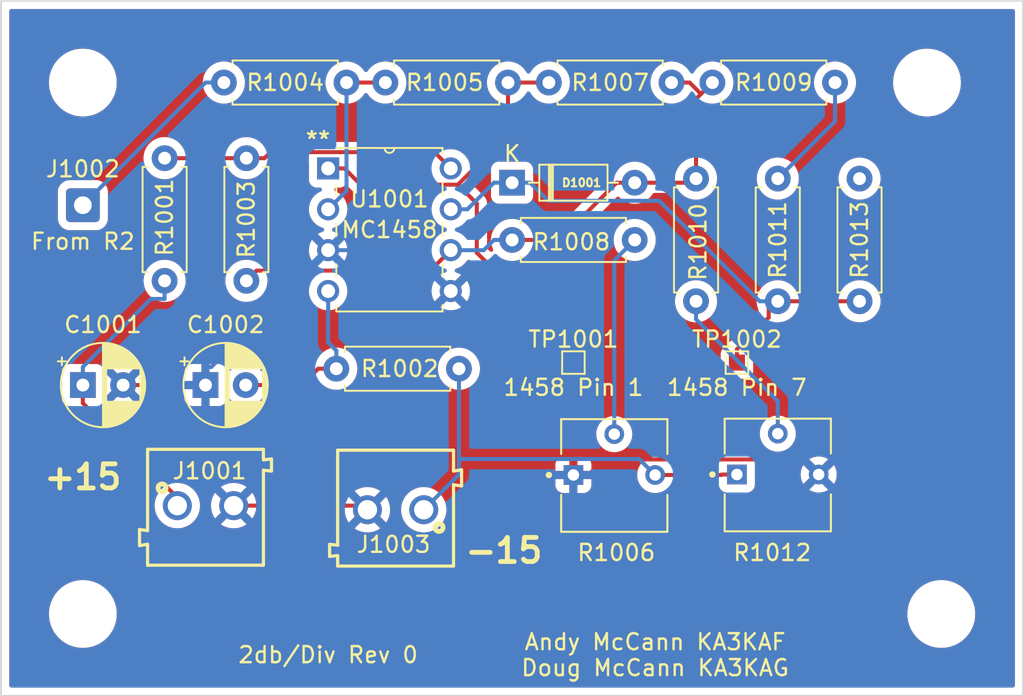
<source format=kicad_pcb>
(kicad_pcb (version 20211014) (generator pcbnew)

  (general
    (thickness 1.6)
  )

  (paper "USLetter")
  (title_block
    (title "Spectrum Analyzer 2db/Division Board")
    (date "2022-08-21")
    (rev "0")
    (company "Andy McCann KA3KAF Doug McCann KA3KAG")
    (comment 2 "Wes Hayward W7ZOI")
    (comment 3 "Original Design by:")
  )

  (layers
    (0 "F.Cu" signal)
    (31 "B.Cu" signal)
    (32 "B.Adhes" user "B.Adhesive")
    (33 "F.Adhes" user "F.Adhesive")
    (34 "B.Paste" user)
    (35 "F.Paste" user)
    (36 "B.SilkS" user "B.Silkscreen")
    (37 "F.SilkS" user "F.Silkscreen")
    (38 "B.Mask" user)
    (39 "F.Mask" user)
    (40 "Dwgs.User" user "User.Drawings")
    (41 "Cmts.User" user "User.Comments")
    (42 "Eco1.User" user "User.Eco1")
    (43 "Eco2.User" user "User.Eco2")
    (44 "Edge.Cuts" user)
    (45 "Margin" user)
    (46 "B.CrtYd" user "B.Courtyard")
    (47 "F.CrtYd" user "F.Courtyard")
    (48 "B.Fab" user)
    (49 "F.Fab" user)
    (50 "User.1" user)
    (51 "User.2" user)
    (52 "User.3" user)
    (53 "User.4" user)
    (54 "User.5" user)
    (55 "User.6" user)
    (56 "User.7" user)
    (57 "User.8" user)
    (58 "User.9" user)
  )

  (setup
    (stackup
      (layer "F.SilkS" (type "Top Silk Screen"))
      (layer "F.Paste" (type "Top Solder Paste"))
      (layer "F.Mask" (type "Top Solder Mask") (thickness 0.01))
      (layer "F.Cu" (type "copper") (thickness 0.035))
      (layer "dielectric 1" (type "core") (thickness 1.51) (material "FR4") (epsilon_r 4.5) (loss_tangent 0.02))
      (layer "B.Cu" (type "copper") (thickness 0.035))
      (layer "B.Mask" (type "Bottom Solder Mask") (thickness 0.01))
      (layer "B.Paste" (type "Bottom Solder Paste"))
      (layer "B.SilkS" (type "Bottom Silk Screen"))
      (copper_finish "None")
      (dielectric_constraints no)
    )
    (pad_to_mask_clearance 0)
    (grid_origin 142.24 139.7)
    (pcbplotparams
      (layerselection 0x00010fc_ffffffff)
      (disableapertmacros false)
      (usegerberextensions false)
      (usegerberattributes true)
      (usegerberadvancedattributes true)
      (creategerberjobfile true)
      (svguseinch false)
      (svgprecision 6)
      (excludeedgelayer true)
      (plotframeref false)
      (viasonmask false)
      (mode 1)
      (useauxorigin false)
      (hpglpennumber 1)
      (hpglpenspeed 20)
      (hpglpendiameter 15.000000)
      (dxfpolygonmode true)
      (dxfimperialunits true)
      (dxfusepcbnewfont true)
      (psnegative false)
      (psa4output false)
      (plotreference true)
      (plotvalue true)
      (plotinvisibletext false)
      (sketchpadsonfab false)
      (subtractmaskfromsilk false)
      (outputformat 1)
      (mirror false)
      (drillshape 1)
      (scaleselection 1)
      (outputdirectory "")
    )
  )

  (net 0 "")
  (net 1 "/+15")
  (net 2 "GND")
  (net 3 "Net-(C1002-Pad2)")
  (net 4 "Net-(D1001-Pad1)")
  (net 5 "Net-(D1001-Pad2)")
  (net 6 "/In")
  (net 7 "/-15")
  (net 8 "Net-(R1001-Pad1)")
  (net 9 "Net-(R1004-Pad2)")
  (net 10 "Net-(R1005-Pad2)")
  (net 11 "Net-(R1006-Pad2)")
  (net 12 "Net-(R1009-Pad2)")
  (net 13 "Net-(R1010-Pad2)")
  (net 14 "Net-(R1013-Pad2)")

  (footprint "MountingHole:MountingHole_3.2mm_M3" (layer "F.Cu") (at 199.771 101.6))

  (footprint "Resistor_THT:R_Axial_DIN0207_L6.3mm_D2.5mm_P7.62mm_Horizontal" (layer "F.Cu") (at 186.436 101.6))

  (footprint "MountingHole:MountingHole_3.2mm_M3" (layer "F.Cu") (at 200.66 134.62))

  (footprint "Resistor_THT:R_Axial_DIN0207_L6.3mm_D2.5mm_P7.62mm_Horizontal" (layer "F.Cu") (at 181.61 111.379 180))

  (footprint "Resistor_THT:R_Axial_DIN0207_L6.3mm_D2.5mm_P7.62mm_Horizontal" (layer "F.Cu") (at 157.48 113.919 90))

  (footprint "TestPoint:TestPoint_Pad_1.0x1.0mm" (layer "F.Cu") (at 187.96 118.999))

  (footprint "2db-div:TRIM_3362P-1-103LF" (layer "F.Cu") (at 180.34 125.984))

  (footprint "Resistor_THT:R_Axial_DIN0207_L6.3mm_D2.5mm_P7.62mm_Horizontal" (layer "F.Cu") (at 176.276 101.6))

  (footprint "Diode_THT:D_DO-35_SOD27_P7.62mm_Horizontal" (layer "F.Cu") (at 173.99 107.823))

  (footprint "Resistor_THT:R_Axial_DIN0207_L6.3mm_D2.5mm_P7.62mm_Horizontal" (layer "F.Cu") (at 156.083 101.6))

  (footprint "Connector_Wire:SolderWire-0.5sqmm_1x01_D0.9mm_OD2.1mm" (layer "F.Cu") (at 147.32 109.22))

  (footprint "2db-div:TRIM_3362P-1-103LF" (layer "F.Cu") (at 190.5 125.954))

  (footprint "MountingHole:MountingHole_3.2mm_M3" (layer "F.Cu") (at 147.32 101.6))

  (footprint "MountingHole:MountingHole_3.2mm_M3" (layer "F.Cu") (at 147.32 134.62))

  (footprint "2db-div:MC1458P" (layer "F.Cu") (at 170.18 114.554))

  (footprint "Capacitor_THT:CP_Radial_D5.0mm_P2.50mm" (layer "F.Cu") (at 147.32 120.396))

  (footprint "Resistor_THT:R_Axial_DIN0207_L6.3mm_D2.5mm_P7.62mm_Horizontal" (layer "F.Cu") (at 185.42 107.569 -90))

  (footprint "TestPoint:TestPoint_Pad_1.0x1.0mm" (layer "F.Cu") (at 177.8 118.999))

  (footprint "Capacitor_THT:CP_Radial_D5.0mm_P2.50mm" (layer "F.Cu") (at 154.94 120.396))

  (footprint "Resistor_THT:R_Axial_DIN0207_L6.3mm_D2.5mm_P7.62mm_Horizontal" (layer "F.Cu") (at 170.688 119.38 180))

  (footprint "Resistor_THT:R_Axial_DIN0207_L6.3mm_D2.5mm_P7.62mm_Horizontal" (layer "F.Cu") (at 195.58 115.189 90))

  (footprint "Resistor_THT:R_Axial_DIN0207_L6.3mm_D2.5mm_P7.62mm_Horizontal" (layer "F.Cu") (at 190.5 107.569 -90))

  (footprint "2db-div:691103110002" (layer "F.Cu") (at 166.751 128.143 180))

  (footprint "Resistor_THT:R_Axial_DIN0207_L6.3mm_D2.5mm_P7.62mm_Horizontal" (layer "F.Cu") (at 152.4 106.299 -90))

  (footprint "2db-div:691103110002" (layer "F.Cu") (at 154.94 127.889))

  (footprint "Resistor_THT:R_Axial_DIN0207_L6.3mm_D2.5mm_P7.62mm_Horizontal" (layer "F.Cu") (at 166.116 101.6))

  (gr_rect (start 142.24 96.52) (end 205.74 139.7) (layer "Edge.Cuts") (width 0.1) (fill none) (tstamp 3d5e648e-59ea-4910-b495-2b9453f370d3))
  (gr_text "-15" (at 173.482 130.683) (layer "F.SilkS") (tstamp 6526557c-d203-4300-bf1c-68fc455755c9)
    (effects (font (size 1.5 1.5) (thickness 0.3)))
  )
  (gr_text "+15" (at 147.32 126.111) (layer "F.SilkS") (tstamp 92a73cd4-4726-4c68-b739-2cfcee8b9ab6)
    (effects (font (size 1.5 1.5) (thickness 0.3)))
  )
  (gr_text "2db/Div Rev 0" (at 162.56 137.16) (layer "F.SilkS") (tstamp a6f5630d-018c-4889-961d-2e7310b4f094)
    (effects (font (size 1 1) (thickness 0.15)))
  )
  (gr_text "Andy McCann KA3KAF\nDoug McCann KA3KAG" (at 182.88 137.16) (layer "F.SilkS") (tstamp bfa88f45-376e-4caa-85ae-ab1d3fb6be64)
    (effects (font (size 1 1) (thickness 0.15)))
  )

  (segment (start 147.32 121.5213) (end 153.19 127.3913) (width 0.25) (layer "F.Cu") (net 1) (tstamp 47478a15-f810-470a-88ed-82f4ca2d3fbc))
  (segment (start 147.32 120.396) (end 147.32 121.5213) (width 0.25) (layer "F.Cu") (net 1) (tstamp 78070e42-73bc-4854-aed6-05f4b697909f))
  (segment (start 153.19 127.3913) (end 153.19 127.889) (width 0.25) (layer "F.Cu") (net 1) (tstamp 835faceb-668f-4742-a6d6-79c73b000ea8))
  (segment (start 151.5464 115.0443) (end 152.4 115.0443) (width 0.25) (layer "B.Cu") (net 1) (tstamp 8013c60d-7a4c-4f4c-ab78-b5b753ddde6c))
  (segment (start 152.4 113.919) (end 152.4 115.0443) (width 0.25) (layer "B.Cu") (net 1) (tstamp a52de69b-2085-4cca-899d-e2d45584c333))
  (segment (start 147.32 119.2707) (end 151.5464 115.0443) (width 0.25) (layer "B.Cu") (net 1) (tstamp b2c98afb-3c5d-4a63-a153-a08386b2d965))
  (segment (start 147.32 120.396) (end 147.32 119.2707) (width 0.25) (layer "B.Cu") (net 1) (tstamp ee03b7be-6cb0-49a8-8119-6b6549bb316a))
  (segment (start 179.7027 125.0176) (end 192.1036 125.0176) (width 0.25) (layer "F.Cu") (net 2) (tstamp 6345eba1-56e2-45fc-80a1-d4ac9f48ec61))
  (segment (start 149.82 120.396) (end 154.94 120.396) (width 0.25) (layer "F.Cu") (net 2) (tstamp 8981916a-a789-47f6-bb64-294b46d61deb))
  (segment (start 164.747 127.889) (end 165.001 128.143) (width 0.25) (layer "F.Cu") (net 2) (tstamp 8d0b8747-af67-42fd-9455-0825b0667750))
  (segment (start 177.8 125.984) (end 178.7363 125.984) (width 0.25) (layer "F.Cu") (net 2) (tstamp ca96d075-7c19-4b80-be22-6031bdf19ab3))
  (segment (start 178.7363 125.984) (end 179.7027 125.0176) (width 0.25) (layer "F.Cu") (net 2) (tstamp ced1a031-7ce4-44dd-9443-6511aafadd19))
  (segment (start 156.69 127.889) (end 164.747 127.889) (width 0.25) (layer "F.Cu") (net 2) (tstamp e6fcab04-659c-4d76-87a7-14c0b33b3324))
  (segment (start 167.16 125.984) (end 177.8 125.984) (width 0.25) (layer "F.Cu") (net 2) (tstamp e806cbe2-94e8-4cd9-9d3e-a3d9bcea4265))
  (segment (start 192.1036 125.0176) (end 193.04 125.954) (width 0.25) (layer "F.Cu") (net 2) (tstamp ed5d2bc1-9c5c-461a-b1f9-0c3b757dc5b4))
  (segment (start 165.001 128.143) (end 167.16 125.984) (width 0.25) (layer "F.Cu") (net 2) (tstamp f58af7d0-267a-4c9e-8e5d-1b7aff68ab0a))
  (segment (start 154.94 120.396) (end 154.94 126.139) (width 0.25) (layer "B.Cu") (net 2) (tstamp 0820b5fe-1b7e-49fa-a2ad-15dc67227206))
  (segment (start 155.3033 119.2707) (end 154.94 119.2707) (width 0.25) (layer "B.Cu") (net 2) (tstamp 5f165725-46ca-40ef-9222-490de20bc95b))
  (segment (start 167.64 112.014) (end 162.56 112.014) (width 0.25) (layer "B.Cu") (net 2) (tstamp 76510bae-d3aa-4db2-8415-cbdef1cacffb))
  (segment (start 170.18 114.554) (end 167.64 112.014) (width 0.25) (layer "B.Cu") (net 2) (tstamp 81bcbf9d-f887-49e0-87d0-6ef883353a40))
  (segment (start 154.94 120.396) (end 154.94 119.2707) (width 0.25) (layer "B.Cu") (net 2) (tstamp 9dfa007b-3cce-41b9-89f5-da277b6e17ae))
  (segment (start 154.94 126.139) (end 156.69 127.889) (width 0.25) (layer "B.Cu") (net 2) (tstamp a2e5ec15-e502-4d45-a28b-c0da7af39bf8))
  (segment (start 162.56 112.014) (end 155.3033 119.2707) (width 0.25) (layer "B.Cu") (net 2) (tstamp ddf32570-1fe1-4a57-a35e-109c7d1af3c3))
  (segment (start 160.9267 120.396) (end 161.9427 119.38) (width 0.25) (layer "F.Cu") (net 3) (tstamp 0669e1bc-8215-40c4-9d82-04af894354cb))
  (segment (start 163.068 119.38) (end 161.9427 119.38) (width 0.25) (layer "F.Cu") (net 3) (tstamp 9a64036e-98ca-4778-92ec-6a92bf9fe6a3))
  (segment (start 157.44 120.396) (end 160.9267 120.396) (width 0.25) (layer "F.Cu") (net 3) (tstamp f6027349-bd6a-4b55-9d3c-cc13d858b02c))
  (segment (start 162.56 117.7467) (end 162.56 114.554) (width 0.25) (layer "B.Cu") (net 3) (tstamp 68068fc0-16ef-409c-b8f8-25f364037b42))
  (segment (start 163.068 119.38) (end 163.068 118.2547) (width 0.25) (layer "B.Cu") (net 3) (tstamp a0d72f7d-8b74-444d-b22d-f2be869b72fa))
  (segment (start 163.068 118.2547) (end 162.56 117.7467) (width 0.25) (layer "B.Cu") (net 3) (tstamp fa05beb2-c0cc-4d0b-916f-aa9a288f33b9))
  (segment (start 187.96 118.999) (end 187.96 118.1737) (width 0.25) (layer "F.Cu") (net 4) (tstamp 68e6072a-4814-4e70-b4bf-0da7dfd1e395))
  (segment (start 195.58 115.189) (end 190.5 115.189) (width 0.25) (layer "F.Cu") (net 4) (tstamp 843a0110-38a8-4e34-b2c8-1afdf323dcbf))
  (segment (start 189.9374 116.1963) (end 187.96 118.1737) (width 0.25) (layer "F.Cu") (net 4) (tstamp 9729973a-2e69-4ce6-9d88-046b46b87f0b))
  (segment (start 190.5 115.189) (end 189.9374 115.189) (width 0.25) (layer "F.Cu") (net 4) (tstamp 9ddc7f34-8b9f-4f61-b447-2cee014646c9))
  (segment (start 189.9374 115.189) (end 189.9374 116.1963) (width 0.25) (layer "F.Cu") (net 4) (tstamp ef15e160-7add-4bce-b56c-97ad721a0167))
  (segment (start 172.8647 107.823) (end 171.2137 109.474) (width 0.25) (layer "B.Cu") (net 4) (tstamp 157a46e8-f71c-43cb-bddc-d729580588cd))
  (segment (start 171.2137 109.474) (end 170.18 109.474) (width 0.25) (layer "B.Cu") (net 4) (tstamp 315f8cda-be6e-4b29-9351-cbe6418a528e))
  (segment (start 189.3747 115.189) (end 183.134 108.9483) (width 0.25) (layer "B.Cu") (net 4) (tstamp 6f4004dc-6aba-4d21-9fb7-dc63f9204b6d))
  (segment (start 183.134 108.9483) (end 176.2406 108.9483) (width 0.25) (layer "B.Cu") (net 4) (tstamp 8245d47c-bbb5-4578-8d65-295e921db10c))
  (segment (start 190.5 115.189) (end 189.3747 115.189) (width 0.25) (layer "B.Cu") (net 4) (tstamp 87baaf60-fcd5-43de-8af7-d6f18db29358))
  (segment (start 173.99 107.823) (end 172.8647 107.823) (width 0.25) (layer "B.Cu") (net 4) (tstamp 8c27fda8-12ec-4f1b-96de-bdc76d98237e))
  (segment (start 173.99 107.823) (end 175.1153 107.823) (width 0.25) (layer "B.Cu") (net 4) (tstamp 9d378e7f-2a01-46ea-98e6-38fb27efbb4c))
  (segment (start 176.2406 108.9483) (end 175.1153 107.823) (width 0.25) (layer "B.Cu") (net 4) (tstamp f0585849-2d5d-495e-b7b9-518f7900e10f))
  (segment (start 185.166 107.823) (end 185.42 107.569) (width 0.25) (layer "F.Cu") (net 5) (tstamp 091658a5-2479-48c5-ba35-4218e68c9d94))
  (segment (start 168.91 113.284) (end 170.18 112.014) (width 0.25) (layer "F.Cu") (net 5) (tstamp 5602dcd6-eebd-4b2b-acdf-9ab45db14751))
  (segment (start 185.42 107.569) (end 185.42 102.616) (width 0.25) (layer "F.Cu") (net 5) (tstamp 5bd60ce5-c4ab-4dea-a065-ebfc0c957b28))
  (segment (start 185.7287 102.3073) (end 186.436 101.6) (width 0.25) (layer "F.Cu") (net 5) (tstamp 6c21a318-10b0-4b22-8ab1-7c3b0ca64566))
  (segment (start 158.115 113.284) (end 168.91 113.284) (width 0.25) (layer "F.Cu") (net 5) (tstamp 72cddb14-300d-4fb2-9254-41ff57ba7fd4))
  (segment (start 185.42 102.616) (end 185.7287 102.3073) (width 0.25) (layer "F.Cu") (net 5) (tstamp 736eb5eb-63d5-41f4-a77b-29de15dc665e))
  (segment (start 181.61 107.823) (end 185.166 107.823) (width 0.25) (layer "F.Cu") (net 5) (tstamp 911fc457-3ab8-43b7-8479-23cc0d05c648))
  (segment (start 176.9287 111.379) (end 173.99 111.379) (width 0.25) (layer "F.Cu") (net 5) (tstamp 98403b20-6cee-467f-89e8-fd66b01c68b6))
  (segment (start 157.48 113.919) (end 158.115 113.284) (width 0.25) (layer "F.Cu") (net 5) (tstamp bd12ba33-24ff-4282-acbf-03bfdc5483bc))
  (segment (start 183.896 101.6) (end 185.0213 101.6) (width 0.25) (layer "F.Cu") (net 5) (tstamp d32ac99c-4eca-4a91-9ee7-10dd9954777b))
  (segment (start 180.4847 107.823) (end 176.9287 111.379) (width 0.25) (layer "F.Cu") (net 5) (tstamp d3649387-52c2-40ca-aafb-97b3c2fb7145))
  (segment (start 181.61 107.823) (end 180.4847 107.823) (width 0.25) (layer "F.Cu") (net 5) (tstamp de34da71-1201-4c9b-aca1-1a83e3976280))
  (segment (start 185.0213 101.6) (end 185.7287 102.3073) (width 0.25) (layer "F.Cu") (net 5) (tstamp e37e6d5d-1fb9-424b-99a3-9a4ebbe4752a))
  (segment (start 172.2297 112.014) (end 172.8647 111.379) (width 0.25) (layer "B.Cu") (net 5) (tstamp 509b10c4-5174-4276-aeb6-c884786c0be2))
  (segment (start 173.99 111.379) (end 172.8647 111.379) (width 0.25) (layer "B.Cu") (net 5) (tstamp a2bb8a3f-5255-41d9-92c1-d217c167911a))
  (segment (start 170.18 112.014) (end 172.2297 112.014) (width 0.25) (layer "B.Cu") (net 5) (tstamp dd6a5b85-ad1a-4521-94d6-508005c5d3bc))
  (segment (start 147.32 109.22) (end 154.94 101.6) (width 0.25) (layer "B.Cu") (net 6) (tstamp 5d8623be-91a7-4104-b5a3-1a3d41075d96))
  (segment (start 154.94 101.6) (end 156.083 101.6) (width 0.25) (layer "B.Cu") (net 6) (tstamp 7b28d5db-eb28-40be-81c8-d371fdb19959))
  (segment (start 187.96 125.954) (end 187.0237 125.954) (width 0.25) (layer "F.Cu") (net 7) (tstamp 1cdce74e-94f0-4412-a9f4-9f54ff166144))
  (segment (start 182.88 125.984) (end 186.9937 125.984) (width 0.25) (layer "F.Cu") (net 7) (tstamp 49dfde02-fbb2-40b9-9b8b-88b0704f6e3d))
  (segment (start 186.9937 125.984) (end 187.0237 125.954) (width 0.25) (layer "F.Cu") (net 7) (tstamp 7a4d78c2-8054-401b-b2c9-8b46560535d5))
  (segment (start 170.688 124.9919) (end 170.688 119.38) (width 0.25) (layer "B.Cu") (net 7) (tstamp 0347411d-22fd-4685-8847-a49240cb7d74))
  (segment (start 170.688 125.956) (end 170.688 124.9919) (width 0.25) (layer "B.Cu") (net 7) (tstamp 37bd52d9-54fe-46a4-8369-034314de5f0c))
  (segment (start 181.8879 124.9919) (end 182.88 125.984) (width 0.25) (layer "B.Cu") (net 7) (tstamp 5e98147b-484f-4671-897c-27c4a571ee6e))
  (segment (start 170.688 124.9919) (end 181.8879 124.9919) (width 0.25) (layer "B.Cu") (net 7) (tstamp d374ea0a-177d-4681-ac86-95f545d6e463))
  (segment (start 168.501 128.143) (end 170.688 125.956) (width 0.25) (layer "B.Cu") (net 7) (tstamp fa73ab00-11d6-4184-9718-8556620b03f7))
  (segment (start 169.1688 105.9228) (end 170.18 106.934) (width 0.25) (layer "F.Cu") (net 8) (tstamp 048cfc29-2c34-4535-a7be-a22925237ae0))
  (segment (start 152.4 106.299) (end 157.48 106.299) (width 0.25) (layer "F.Cu") (net 8) (tstamp 173be44b-6faa-4f6c-8a24-6bb87f77a571))
  (segment (start 157.48 106.299) (end 158.6053 106.299) (width 0.25) (layer "F.Cu") (net 8) (tstamp 658ddbcc-7841-439e-b1a3-7ac472361130))
  (segment (start 158.9815 105.9228) (end 169.1688 105.9228) (width 0.25) (layer "F.Cu") (net 8) (tstamp 93dd247c-d34a-43c0-be92-dcff0a808150))
  (segment (start 158.6053 106.299) (end 158.9815 105.9228) (width 0.25) (layer "F.Cu") (net 8) (tstamp ce017f5d-64f8-4caf-a89a-8e22447b27b8))
  (segment (start 163.703 101.6) (end 166.116 101.6) (width 0.25) (layer "F.Cu") (net 9) (tstamp a93fc04a-5561-4da9-8306-757b3c7583e5))
  (segment (start 163.703 108.331) (end 162.56 109.474) (width 0.25) (layer "B.Cu") (net 9) (tstamp 929acada-9cff-4190-bd9c-500f34b9767e))
  (segment (start 163.703 101.6) (end 163.703 108.331) (width 0.25) (layer "B.Cu") (net 9) (tstamp dfd14de6-6bbf-40c2-827f-96854fbb63d0))
  (segment (start 173.736 101.6) (end 176.276 101.6) (width 0.25) (layer "F.Cu") (net 10) (tstamp 02e5265e-a329-42f3-ae2c-8cebac7f6685))
  (segment (start 177.8 118.999) (end 177.8 118.1737) (width 0.25) (layer "F.Cu") (net 10) (tstamp 0d6b866a-597c-4c8e-90e4-8103e70118e4))
  (segment (start 173.736 101.6) (end 173.736 104.8346) (width 0.25) (layer "F.Cu") (net 10) (tstamp 12b57f07-e534-42b8-9477-2269dea452a7))
  (segment (start 170.6255 107.9451) (end 164.5822 107.9451) (width 0.25) (layer "F.Cu") (net 10) (tstamp 14ab2972-3994-4314-bd36-2298fb721643))
  (segment (start 171.7978 109.1174) (end 170.6255 107.9451) (width 0.25) (layer "F.Cu") (net 10) (tstamp 1c55964b-00ff-466a-86f5-b996c126a7d0))
  (segment (start 177.8 118.1737) (end 171.7978 112.1715) (width 0.25) (layer "F.Cu") (net 10) (tstamp 2915d475-ab58-4705-8f49-a83f55b4f213))
  (segment (start 173.736 104.8346) (end 170.6255 107.9451) (width 0.25) (layer "F.Cu") (net 10) (tstamp 2f7ff471-dae0-46cc-9a11-5eba1a448e2b))
  (segment (start 171.7978 112.1715) (end 171.7978 109.1174) (width 0.25) (layer "F.Cu") (net 10) (tstamp 3940b50e-2813-4491-b353-3db4ad010636))
  (segment (start 162.56 106.934) (end 163.5711 106.934) (width 0.25) (layer "F.Cu") (net 10) (tstamp 8c5ba5e1-8819-4055-ad6d-e98b7f440aee))
  (segment (start 164.5822 107.9451) (end 163.5711 106.934) (width 0.25) (layer "F.Cu") (net 10) (tstamp dd618592-fe69-45f2-950d-ce8982be8e20))
  (segment (start 181.61 111.379) (end 180.34 112.649) (width 0.25) (layer "B.Cu") (net 11) (tstamp 648a7e3d-7b28-4e29-8029-c70b264d6e17))
  (segment (start 180.34 112.649) (end 180.34 123.444) (width 0.25) (layer "B.Cu") (net 11) (tstamp 6a741a8e-127a-4611-989c-a0d101950bbc))
  (segment (start 194.056 101.6) (end 194.056 104.013) (width 0.25) (layer "B.Cu") (net 12) (tstamp 6ed09110-49a8-42c4-83fc-27699ad4d032))
  (segment (start 194.056 104.013) (end 190.5 107.569) (width 0.25) (layer "B.Cu") (net 12) (tstamp f7e6106b-d9ef-4f3e-ae95-ad800cf74646))
  (segment (start 190.5 121.3943) (end 190.5 123.414) (width 0.25) (layer "B.Cu") (net 13) (tstamp 5c1f5843-14eb-4251-a8bb-73913454b139))
  (segment (start 185.42 116.3143) (end 190.5 121.3943) (width 0.25) (layer "B.Cu") (net 13) (tstamp ab96818b-03df-47d7-b692-bfe9c2b28d8c))
  (segment (start 185.42 115.189) (end 185.42 116.3143) (width 0.25) (layer "B.Cu") (net 13) (tstamp af117b8d-ad2a-4a67-aadb-fb2f10c8ab30))

  (zone (net 2) (net_name "GND") (layers F&B.Cu) (tstamp 34a5d549-5a1d-4ed6-b900-a1d416a2b4b0) (hatch edge 0.508)
    (connect_pads (clearance 0.508))
    (min_thickness 0.254) (filled_areas_thickness no)
    (fill yes (thermal_gap 0.508) (thermal_bridge_width 0.508))
    (polygon
      (pts
        (xy 205.74 139.7)
        (xy 142.24 139.7)
        (xy 142.24 96.52)
        (xy 205.74 96.52)
      )
    )
    (filled_polygon
      (layer "F.Cu")
      (pts
        (xy 205.173621 97.048502)
        (xy 205.220114 97.102158)
        (xy 205.2315 97.1545)
        (xy 205.2315 139.0655)
        (xy 205.211498 139.133621)
        (xy 205.157842 139.180114)
        (xy 205.1055 139.1915)
        (xy 142.8745 139.1915)
        (xy 142.806379 139.171498)
        (xy 142.759886 139.117842)
        (xy 142.7485 139.0655)
        (xy 142.7485 134.752703)
        (xy 145.210743 134.752703)
        (xy 145.248268 135.037734)
        (xy 145.324129 135.315036)
        (xy 145.436923 135.579476)
        (xy 145.584561 135.826161)
        (xy 145.764313 136.050528)
        (xy 145.972851 136.248423)
        (xy 146.206317 136.416186)
        (xy 146.210112 136.418195)
        (xy 146.210113 136.418196)
        (xy 146.231869 136.429715)
        (xy 146.460392 136.550712)
        (xy 146.730373 136.649511)
        (xy 147.011264 136.710755)
        (xy 147.039841 136.713004)
        (xy 147.234282 136.728307)
        (xy 147.234291 136.728307)
        (xy 147.236739 136.7285)
        (xy 147.392271 136.7285)
        (xy 147.394407 136.728354)
        (xy 147.394418 136.728354)
        (xy 147.602548 136.714165)
        (xy 147.602554 136.714164)
        (xy 147.606825 136.713873)
        (xy 147.61102 136.713004)
        (xy 147.611022 136.713004)
        (xy 147.747583 136.684724)
        (xy 147.888342 136.655574)
        (xy 148.159343 136.559607)
        (xy 148.414812 136.42775)
        (xy 148.418313 136.425289)
        (xy 148.418317 136.425287)
        (xy 148.532418 136.345095)
        (xy 148.650023 136.262441)
        (xy 148.860622 136.06674)
        (xy 149.042713 135.844268)
        (xy 149.192927 135.599142)
        (xy 149.308483 135.335898)
        (xy 149.387244 135.059406)
        (xy 149.427751 134.774784)
        (xy 149.427845 134.756951)
        (xy 149.427867 134.752703)
        (xy 198.550743 134.752703)
        (xy 198.588268 135.037734)
        (xy 198.664129 135.315036)
        (xy 198.776923 135.579476)
        (xy 198.924561 135.826161)
        (xy 199.104313 136.050528)
        (xy 199.312851 136.248423)
        (xy 199.546317 136.416186)
        (xy 199.550112 136.418195)
        (xy 199.550113 136.418196)
        (xy 199.571869 136.429715)
        (xy 199.800392 136.550712)
        (xy 200.070373 136.649511)
        (xy 200.351264 136.710755)
        (xy 200.379841 136.713004)
        (xy 200.574282 136.728307)
        (xy 200.574291 136.728307)
        (xy 200.576739 136.7285)
        (xy 200.732271 136.7285)
        (xy 200.734407 136.728354)
        (xy 200.734418 136.728354)
        (xy 200.942548 136.714165)
        (xy 200.942554 136.714164)
        (xy 200.946825 136.713873)
        (xy 200.95102 136.713004)
        (xy 200.951022 136.713004)
        (xy 201.087583 136.684724)
        (xy 201.228342 136.655574)
        (xy 201.499343 136.559607)
        (xy 201.754812 136.42775)
        (xy 201.758313 136.425289)
        (xy 201.758317 136.425287)
        (xy 201.872418 136.345095)
        (xy 201.990023 136.262441)
        (xy 202.200622 136.06674)
        (xy 202.382713 135.844268)
        (xy 202.532927 135.599142)
        (xy 202.648483 135.335898)
        (xy 202.727244 135.059406)
        (xy 202.767751 134.774784)
        (xy 202.767845 134.756951)
        (xy 202.769235 134.491583)
        (xy 202.769235 134.491576)
        (xy 202.769257 134.487297)
        (xy 202.731732 134.202266)
        (xy 202.655871 133.924964)
        (xy 202.543077 133.660524)
        (xy 202.395439 133.413839)
        (xy 202.215687 133.189472)
        (xy 202.007149 132.991577)
        (xy 201.773683 132.823814)
        (xy 201.751843 132.81225)
        (xy 201.728654 132.799972)
        (xy 201.519608 132.689288)
        (xy 201.249627 132.590489)
        (xy 200.968736 132.529245)
        (xy 200.937685 132.526801)
        (xy 200.745718 132.511693)
        (xy 200.745709 132.511693)
        (xy 200.743261 132.5115)
        (xy 200.587729 132.5115)
        (xy 200.585593 132.511646)
        (xy 200.585582 132.511646)
        (xy 200.377452 132.525835)
        (xy 200.377446 132.525836)
        (xy 200.373175 132.526127)
        (xy 200.36898 132.526996)
        (xy 200.368978 132.526996)
        (xy 200.232417 132.555276)
        (xy 200.091658 132.584426)
        (xy 199.820657 132.680393)
        (xy 199.565188 132.81225)
        (xy 199.561687 132.814711)
        (xy 199.561683 132.814713)
        (xy 199.551594 132.821804)
        (xy 199.329977 132.977559)
        (xy 199.119378 133.17326)
        (xy 198.937287 133.395732)
        (xy 198.787073 133.640858)
        (xy 198.671517 133.904102)
        (xy 198.592756 134.180594)
        (xy 198.552249 134.465216)
        (xy 198.552227 134.469505)
        (xy 198.552226 134.469512)
        (xy 198.550765 134.748417)
        (xy 198.550743 134.752703)
        (xy 149.427867 134.752703)
        (xy 149.429235 134.491583)
        (xy 149.429235 134.491576)
        (xy 149.429257 134.487297)
        (xy 149.391732 134.202266)
        (xy 149.315871 133.924964)
        (xy 149.203077 133.660524)
        (xy 149.055439 133.413839)
        (xy 148.875687 133.189472)
        (xy 148.667149 132.991577)
        (xy 148.433683 132.823814)
        (xy 148.411843 132.81225)
        (xy 148.388654 132.799972)
        (xy 148.179608 132.689288)
        (xy 147.909627 132.590489)
        (xy 147.628736 132.529245)
        (xy 147.597685 132.526801)
        (xy 147.405718 132.511693)
        (xy 147.405709 132.511693)
        (xy 147.403261 132.5115)
        (xy 147.247729 132.5115)
        (xy 147.245593 132.511646)
        (xy 147.245582 132.511646)
        (xy 147.037452 132.525835)
        (xy 147.037446 132.525836)
        (xy 147.033175 132.526127)
        (xy 147.02898 132.526996)
        (xy 147.028978 132.526996)
        (xy 146.892417 132.555276)
        (xy 146.751658 132.584426)
        (xy 146.480657 132.680393)
        (xy 146.225188 132.81225)
        (xy 146.221687 132.814711)
        (xy 146.221683 132.814713)
        (xy 146.211594 132.821804)
        (xy 145.989977 132.977559)
        (xy 145.779378 133.17326)
        (xy 145.597287 133.395732)
        (xy 145.447073 133.640858)
        (xy 145.331517 133.904102)
        (xy 145.252756 134.180594)
        (xy 145.212249 134.465216)
        (xy 145.212227 134.469505)
        (xy 145.212226 134.469512)
        (xy 145.210765 134.748417)
        (xy 145.210743 134.752703)
        (xy 142.7485 134.752703)
        (xy 142.7485 129.304406)
        (xy 164.204423 129.304406)
        (xy 164.209704 129.311461)
        (xy 164.38608 129.414527)
        (xy 164.395363 129.418974)
        (xy 164.602003 129.497883)
        (xy 164.611901 129.500759)
        (xy 164.828653 129.544857)
        (xy 164.838883 129.546076)
        (xy 165.059914 129.554182)
        (xy 165.070223 129.553714)
        (xy 165.289623 129.525608)
        (xy 165.299688 129.523468)
        (xy 165.511557 129.459905)
        (xy 165.521152 129.456144)
        (xy 165.719778 129.358838)
        (xy 165.728636 129.353559)
        (xy 165.786097 129.312572)
        (xy 165.794497 129.301874)
        (xy 165.78751 129.288721)
        (xy 165.013811 128.515021)
        (xy 164.999868 128.507408)
        (xy 164.998034 128.507539)
        (xy 164.99142 128.51179)
        (xy 164.21118 129.292031)
        (xy 164.204423 129.304406)
        (xy 142.7485 129.304406)
        (xy 142.7485 121.244134)
        (xy 146.0115 121.244134)
        (xy 146.018255 121.306316)
        (xy 146.069385 121.442705)
        (xy 146.156739 121.559261)
        (xy 146.273295 121.646615)
        (xy 146.409684 121.697745)
        (xy 146.471866 121.7045)
        (xy 146.621837 121.7045)
        (xy 146.689958 121.724502)
        (xy 146.733158 121.775379)
        (xy 146.733981 121.774892)
        (xy 146.733982 121.774893)
        (xy 146.738021 121.781722)
        (xy 146.744293 121.792328)
        (xy 146.752988 121.810076)
        (xy 146.760448 121.828917)
        (xy 146.76511 121.835333)
        (xy 146.76511 121.835334)
        (xy 146.786436 121.864687)
        (xy 146.792952 121.874607)
        (xy 146.815458 121.912662)
        (xy 146.829779 121.926983)
        (xy 146.842619 121.942016)
        (xy 146.854528 121.958407)
        (xy 146.860634 121.963458)
        (xy 146.888605 121.986598)
        (xy 146.897384 121.994588)
        (xy 151.941586 127.03879)
        (xy 151.975612 127.101102)
        (xy 151.970547 127.171917)
        (xy 151.96291 127.188273)
        (xy 151.961119 127.190899)
        (xy 151.863602 127.400981)
        (xy 151.801707 127.624169)
        (xy 151.777095 127.854469)
        (xy 151.777392 127.859622)
        (xy 151.777392 127.859625)
        (xy 151.790129 128.080529)
        (xy 151.790427 128.085697)
        (xy 151.791564 128.090743)
        (xy 151.791565 128.090749)
        (xy 151.818139 128.208663)
        (xy 151.841346 128.311642)
        (xy 151.843288 128.316424)
        (xy 151.843289 128.316428)
        (xy 151.926447 128.52122)
        (xy 151.928484 128.526237)
        (xy 152.049501 128.723719)
        (xy 152.201147 128.898784)
        (xy 152.379349 129.04673)
        (xy 152.579322 129.163584)
        (xy 152.795694 129.246209)
        (xy 152.80076 129.24724)
        (xy 152.800761 129.24724)
        (xy 152.853846 129.25804)
        (xy 153.022656 129.292385)
        (xy 153.153324 129.297176)
        (xy 153.248949 129.300683)
        (xy 153.248953 129.300683)
        (xy 153.254113 129.300872)
        (xy 153.259233 129.300216)
        (xy 153.259235 129.300216)
        (xy 153.348965 129.288721)
        (xy 153.483847 129.271442)
        (xy 153.488795 129.269957)
        (xy 153.488802 129.269956)
        (xy 153.700747 129.206369)
        (xy 153.70569 129.204886)
        (xy 153.787161 129.164974)
        (xy 153.909049 129.105262)
        (xy 153.909052 129.10526)
        (xy 153.913684 129.102991)
        (xy 153.987406 129.050406)
        (xy 155.893423 129.050406)
        (xy 155.898704 129.057461)
        (xy 156.07508 129.160527)
        (xy 156.084363 129.164974)
        (xy 156.291003 129.243883)
        (xy 156.300901 129.246759)
        (xy 156.517653 129.290857)
        (xy 156.527883 129.292076)
        (xy 156.748914 129.300182)
        (xy 156.759223 129.299714)
        (xy 156.978623 129.271608)
        (xy 156.988688 129.269468)
        (xy 157.200557 129.205905)
        (xy 157.210152 129.202144)
        (xy 157.408778 129.104838)
        (xy 157.417636 129.099559)
        (xy 157.475097 129.058572)
        (xy 157.483497 129.047874)
        (xy 157.47651 129.034721)
        (xy 156.702811 128.261021)
        (xy 156.688868 128.253408)
        (xy 156.687034 128.253539)
        (xy 156.68042 128.25779)
        (xy 155.90018 129.038031)
        (xy 155.893423 129.050406)
        (xy 153.987406 129.050406)
        (xy 154.102243 128.968494)
        (xy 154.266303 128.805005)
        (xy 154.401458 128.616917)
        (xy 154.403879 128.61202)
        (xy 154.501784 128.413922)
        (xy 154.501785 128.41392)
        (xy 154.504078 128.40928)
        (xy 154.571408 128.187671)
        (xy 154.60164 127.958041)
        (xy 154.602761 127.912167)
        (xy 154.603245 127.892365)
        (xy 154.603245 127.892361)
        (xy 154.603327 127.889)
        (xy 154.600913 127.859638)
        (xy 155.277893 127.859638)
        (xy 155.290627 128.080468)
        (xy 155.292061 128.09067)
        (xy 155.340685 128.306439)
        (xy 155.343773 128.316292)
        (xy 155.426986 128.52122)
        (xy 155.431634 128.530421)
        (xy 155.520097 128.674781)
        (xy 155.530553 128.684242)
        (xy 155.539331 128.680458)
        (xy 156.317979 127.901811)
        (xy 156.324356 127.890132)
        (xy 157.054408 127.890132)
        (xy 157.054539 127.891966)
        (xy 157.05879 127.89858)
        (xy 157.836307 128.676096)
        (xy 157.848313 128.682652)
        (xy 157.860052 128.673684)
        (xy 157.89801 128.620859)
        (xy 157.903321 128.61202)
        (xy 158.001318 128.413737)
        (xy 158.005117 128.404142)
        (xy 158.069415 128.192517)
        (xy 158.071594 128.182436)
        (xy 158.080651 128.113638)
        (xy 163.588893 128.113638)
        (xy 163.601627 128.334468)
        (xy 163.603061 128.34467)
        (xy 163.651685 128.560439)
        (xy 163.654773 128.570292)
        (xy 163.737986 128.77522)
        (xy 163.742634 128.784421)
        (xy 163.831097 128.928781)
        (xy 163.841553 128.938242)
        (xy 163.850331 128.934458)
        (xy 164.628979 128.155811)
        (xy 164.635356 128.144132)
        (xy 165.365408 128.144132)
        (xy 165.365539 128.145966)
        (xy 165.36979 128.15258)
        (xy 166.147307 128.930096)
        (xy 166.159313 128.936652)
        (xy 166.171052 128.927684)
        (xy 166.20901 128.874859)
        (xy 166.214321 128.86602)
        (xy 166.312318 128.667737)
        (xy 166.316117 128.658142)
        (xy 166.380415 128.446517)
        (xy 166.382594 128.436436)
        (xy 166.411702 128.215338)
        (xy 166.412221 128.208663)
        (xy 166.413744 128.146364)
        (xy 166.41355 128.139646)
        (xy 166.410987 128.108469)
        (xy 167.088095 128.108469)
        (xy 167.088392 128.113622)
        (xy 167.088392 128.113625)
        (xy 167.101129 128.334529)
        (xy 167.101427 128.339697)
        (xy 167.102564 128.344743)
        (xy 167.102565 128.344749)
        (xy 167.134741 128.487523)
        (xy 167.152346 128.565642)
        (xy 167.154288 128.570424)
        (xy 167.154289 128.570428)
        (xy 167.198968 128.680458)
        (xy 167.239484 128.780237)
        (xy 167.360501 128.977719)
        (xy 167.512147 129.152784)
        (xy 167.690349 129.30073)
        (xy 167.890322 129.417584)
        (xy 168.106694 129.500209)
        (xy 168.11176 129.50124)
        (xy 168.111761 129.50124)
        (xy 168.164846 129.51204)
        (xy 168.333656 129.546385)
        (xy 168.464324 129.551176)
        (xy 168.559949 129.554683)
        (xy 168.559953 129.554683)
        (xy 168.565113 129.554872)
        (xy 168.570233 129.554216)
        (xy 168.570235 129.554216)
        (xy 168.643291 129.544857)
        (xy 168.794847 129.525442)
        (xy 168.799795 129.523957)
        (xy 168.799802 129.523956)
        (xy 169.011747 129.460369)
        (xy 169.01669 129.458886)
        (xy 169.098161 129.418974)
        (xy 169.220049 129.359262)
        (xy 169.220052 129.35926)
        (xy 169.224684 129.356991)
        (xy 169.413243 129.222494)
        (xy 169.577303 129.059005)
        (xy 169.585302 129.047874)
        (xy 169.66408 128.938242)
        (xy 169.712458 128.870917)
        (xy 169.714879 128.86602)
        (xy 169.812784 128.667922)
        (xy 169.812785 128.66792)
        (xy 169.815078 128.66328)
        (xy 169.882408 128.441671)
        (xy 169.91264 128.212041)
        (xy 169.913117 128.192517)
        (xy 169.914245 128.146365)
        (xy 169.914245 128.146361)
        (xy 169.914327 128.143)
        (xy 169.908032 128.066434)
        (xy 169.895773 127.917318)
        (xy 169.895772 127.917312)
        (xy 169.895349 127.912167)
        (xy 169.861797 127.778592)
        (xy 169.840184 127.692544)
        (xy 169.840183 127.69254)
        (xy 169.838925 127.687533)
        (xy 169.827017 127.660146)
        (xy 169.74863 127.479868)
        (xy 169.748628 127.479865)
        (xy 169.74657 127.475131)
        (xy 169.620764 127.280665)
        (xy 169.464887 127.109358)
        (xy 169.460836 127.106159)
        (xy 169.460832 127.106155)
        (xy 169.287177 126.969011)
        (xy 169.287172 126.969008)
        (xy 169.283123 126.96581)
        (xy 169.278607 126.963317)
        (xy 169.278604 126.963315)
        (xy 169.084879 126.856373)
        (xy 169.084875 126.856371)
        (xy 169.080355 126.853876)
        (xy 169.075486 126.852152)
        (xy 169.075482 126.85215)
        (xy 168.866903 126.778288)
        (xy 168.866899 126.778287)
        (xy 168.862028 126.776562)
        (xy 168.856935 126.775655)
        (xy 168.856932 126.775654)
        (xy 168.639095 126.736851)
        (xy 168.639089 126.73685)
        (xy 168.634006 126.735945)
        (xy 168.561096 126.735054)
        (xy 168.407581 126.733179)
        (xy 168.407579 126.733179)
        (xy 168.402411 126.733116)
        (xy 168.173464 126.76815)
        (xy 167.953314 126.840106)
        (xy 167.948726 126.842494)
        (xy 167.948722 126.842496)
        (xy 167.797762 126.921081)
        (xy 167.747872 126.947052)
        (xy 167.743739 126.950155)
        (xy 167.743736 126.950157)
        (xy 167.56679 127.083012)
        (xy 167.562655 127.086117)
        (xy 167.536792 127.113181)
        (xy 167.466367 127.186877)
        (xy 167.402639 127.253564)
        (xy 167.399725 127.257836)
        (xy 167.399724 127.257837)
        (xy 167.384152 127.280665)
        (xy 167.272119 127.444899)
        (xy 167.174602 127.654981)
        (xy 167.112707 127.878169)
        (xy 167.088095 128.108469)
        (xy 166.410987 128.108469)
        (xy 166.395279 127.9174)
        (xy 166.393596 127.907238)
        (xy 166.33971 127.692708)
        (xy 166.336389 127.682953)
        (xy 166.248193 127.480118)
        (xy 166.243315 127.47102)
        (xy 166.170224 127.358038)
        (xy 166.159538 127.348835)
        (xy 166.149973 127.353238)
        (xy 165.373021 128.130189)
        (xy 165.365408 128.144132)
        (xy 164.635356 128.144132)
        (xy 164.636592 128.141868)
        (xy 164.636461 128.140034)
        (xy 164.63221 128.13342)
        (xy 163.854862 127.356073)
        (xy 163.84333 127.349776)
        (xy 163.831048 127.359399)
        (xy 163.775467 127.440877)
        (xy 163.770379 127.449833)
        (xy 163.677252 127.650459)
        (xy 163.673689 127.660146)
        (xy 163.614581 127.87328)
        (xy 163.61265 127.8834)
        (xy 163.589145 128.103349)
        (xy 163.588893 128.113638)
        (xy 158.080651 128.113638)
        (xy 158.100702 127.961338)
        (xy 158.101221 127.954663)
        (xy 158.102744 127.892364)
        (xy 158.10255 127.885646)
        (xy 158.084279 127.6634)
        (xy 158.082596 127.653238)
        (xy 158.02871 127.438708)
        (xy 158.025389 127.428953)
        (xy 157.937193 127.226118)
        (xy 157.932315 127.21702)
        (xy 157.859224 127.104038)
        (xy 157.848538 127.094835)
        (xy 157.838973 127.099238)
        (xy 157.062021 127.876189)
        (xy 157.054408 127.890132)
        (xy 156.324356 127.890132)
        (xy 156.325592 127.887868)
        (xy 156.325461 127.886034)
        (xy 156.32121 127.87942)
        (xy 155.543862 127.102073)
        (xy 155.53233 127.095776)
        (xy 155.520048 127.105399)
        (xy 155.464467 127.186877)
        (xy 155.459379 127.195833)
        (xy 155.366252 127.396459)
        (xy 155.362689 127.406146)
        (xy 155.303581 127.61928)
        (xy 155.30165 127.6294)
        (xy 155.278145 127.849349)
        (xy 155.277893 127.859638)
        (xy 154.600913 127.859638)
        (xy 154.587189 127.692708)
        (xy 154.584773 127.663318)
        (xy 154.584772 127.663312)
        (xy 154.584349 127.658167)
        (xy 154.550797 127.524592)
        (xy 154.529184 127.438544)
        (xy 154.529183 127.43854)
        (xy 154.527925 127.433533)
        (xy 154.516017 127.406146)
        (xy 154.43763 127.225868)
        (xy 154.437628 127.225865)
        (xy 154.43557 127.221131)
        (xy 154.309764 127.026665)
        (xy 154.302578 127.018767)
        (xy 154.21369 126.921081)
        (xy 154.153887 126.855358)
        (xy 154.149836 126.852159)
        (xy 154.149832 126.852155)
        (xy 153.99479 126.729711)
        (xy 155.895508 126.729711)
        (xy 155.902251 126.74204)
        (xy 156.677189 127.516979)
        (xy 156.691132 127.524592)
        (xy 156.692966 127.524461)
        (xy 156.69958 127.52021)
        (xy 157.236078 126.983711)
        (xy 164.206508 126.983711)
        (xy 164.213251 126.99604)
        (xy 164.988189 127.770979)
        (xy 165.002132 127.778592)
        (xy 165.003966 127.778461)
        (xy 165.01058 127.77421)
        (xy 165.789994 126.994795)
        (xy 165.797011 126.981944)
        (xy 165.789237 126.971274)
        (xy 165.786902 126.96943)
        (xy 165.77832 126.963729)
        (xy 165.584678 126.856833)
        (xy 165.575272 126.852606)
        (xy 165.366772 126.778772)
        (xy 165.356809 126.77614)
        (xy 165.139047 126.73735)
        (xy 165.128796 126.736381)
        (xy 164.907616 126.733679)
        (xy 164.897332 126.734399)
        (xy 164.678693 126.767855)
        (xy 164.668666 126.770244)
        (xy 164.458426 126.838961)
        (xy 164.448916 126.842958)
        (xy 164.252725 126.945089)
        (xy 164.244007 126.950578)
        (xy 164.214961 126.972386)
        (xy 164.206508 126.983711)
        (xy 157.236078 126.983711)
        (xy 157.478994 126.740795)
        (xy 157.486011 126.727944)
        (xy 157.478237 126.717274)
        (xy 157.475902 126.71543)
        (xy 157.46732 126.709729)
        (xy 157.340406 126.639669)
        (xy 176.681001 126.639669)
        (xy 176.681371 126.64649)
        (xy 176.686895 126.697352)
        (xy 176.690521 126.712604)
        (xy 176.735676 126.833054)
        (xy 176.744214 126.848649)
        (xy 176.820715 126.950724)
        (xy 176.833276 126.963285)
        (xy 176.935351 127.039786)
        (xy 176.950946 127.048324)
        (xy 177.071394 127.093478)
        (xy 177.086649 127.097105)
        (xy 177.137514 127.102631)
        (xy 177.144328 127.103)
        (xy 177.527885 127.103)
        (xy 177.543124 127.098525)
        (xy 177.544329 127.097135)
        (xy 177.546 127.089452)
        (xy 177.546 127.084884)
        (xy 178.054 127.084884)
        (xy 178.058475 127.100123)
        (xy 178.059865 127.101328)
        (xy 178.067548 127.102999)
        (xy 178.455669 127.102999)
        (xy 178.46249 127.102629)
        (xy 178.513352 127.097105)
        (xy 178.528604 127.093479)
        (xy 178.649054 127.048324)
        (xy 178.664649 127.039786)
        (xy 178.766724 126.963285)
        (xy 178.779285 126.950724)
        (xy 178.855786 126.848649)
        (xy 178.864324 126.833054)
        (xy 178.909478 126.712606)
        (xy 178.913105 126.697351)
        (xy 178.918631 126.646486)
        (xy 178.919 126.639672)
        (xy 178.919 126.256115)
        (xy 178.914525 126.240876)
        (xy 178.913135 126.239671)
        (xy 178.905452 126.238)
        (xy 178.072115 126.238)
        (xy 178.056876 126.242475)
        (xy 178.055671 126.243865)
        (xy 178.054 126.251548)
        (xy 178.054 127.084884)
        (xy 177.546 127.084884)
        (xy 177.546 126.256115)
        (xy 177.541525 126.240876)
        (xy 177.540135 126.239671)
        (xy 177.532452 126.238)
        (xy 176.699116 126.238)
        (xy 176.683877 126.242475)
        (xy 176.682672 126.243865)
        (xy 176.681001 126.251548)
        (xy 176.681001 126.639669)
        (xy 157.340406 126.639669)
        (xy 157.273678 126.602833)
        (xy 157.264272 126.598606)
        (xy 157.055772 126.524772)
        (xy 157.045809 126.52214)
        (xy 156.828047 126.48335)
        (xy 156.817796 126.482381)
        (xy 156.596616 126.479679)
        (xy 156.586332 126.480399)
        (xy 156.367693 126.513855)
        (xy 156.357666 126.516244)
        (xy 156.147426 126.584961)
        (xy 156.137916 126.588958)
        (xy 155.941725 126.691089)
        (xy 155.933007 126.696578)
        (xy 155.903961 126.718386)
        (xy 155.895508 126.729711)
        (xy 153.99479 126.729711)
        (xy 153.976177 126.715011)
        (xy 153.976172 126.715008)
        (xy 153.972123 126.71181)
        (xy 153.967607 126.709317)
        (xy 153.967604 126.709315)
        (xy 153.773879 126.602373)
        (xy 153.773875 126.602371)
        (xy 153.769355 126.599876)
        (xy 153.764486 126.598152)
        (xy 153.764482 126.59815)
        (xy 153.555903 126.524288)
        (xy 153.555899 126.524287)
        (xy 153.551028 126.522562)
        (xy 153.545935 126.521655)
        (xy 153.545932 126.521654)
        (xy 153.328095 126.482851)
        (xy 153.328089 126.48285)
        (xy 153.323006 126.481945)
        (xy 153.3041 126.481714)
        (xy 153.226024 126.48076)
        (xy 153.158152 126.459927)
        (xy 153.138468 126.443864)
        (xy 152.649173 125.954569)
        (xy 181.756089 125.954569)
        (xy 181.769546 126.159879)
        (xy 181.820192 126.359298)
        (xy 181.906331 126.546148)
        (xy 182.025079 126.714172)
        (xy 182.04103 126.729711)
        (xy 182.166718 126.85215)
        (xy 182.172458 126.857742)
        (xy 182.343532 126.972051)
        (xy 182.348835 126.974329)
        (xy 182.348838 126.974331)
        (xy 182.464603 127.024067)
        (xy 182.532573 127.053269)
        (xy 182.57987 127.063971)
        (xy 182.727613 127.097402)
        (xy 182.727618 127.097403)
        (xy 182.73325 127.098677)
        (xy 182.739021 127.098904)
        (xy 182.739023 127.098904)
        (xy 182.794968 127.101102)
        (xy 182.938841 127.106755)
        (xy 183.142462 127.077232)
        (xy 183.14793 127.075376)
        (xy 183.33182 127.012954)
        (xy 183.331825 127.012952)
        (xy 183.337292 127.011096)
        (xy 183.364177 126.99604)
        (xy 183.422611 126.963315)
        (xy 183.516808 126.910562)
        (xy 183.534041 126.89623)
        (xy 183.670565 126.782683)
        (xy 183.674997 126.778997)
        (xy 183.678683 126.774565)
        (xy 183.678688 126.77456)
        (xy 183.771529 126.662931)
        (xy 183.830466 126.623347)
        (xy 183.868403 126.6175)
        (xy 186.738253 126.6175)
        (xy 186.806374 126.637502)
        (xy 186.852867 126.691158)
        (xy 186.856235 126.699271)
        (xy 186.886039 126.778772)
        (xy 186.898385 126.811705)
        (xy 186.985739 126.928261)
        (xy 187.102295 127.015615)
        (xy 187.238684 127.066745)
        (xy 187.300866 127.0735)
        (xy 188.619134 127.0735)
        (xy 188.681316 127.066745)
        (xy 188.817705 127.015615)
        (xy 188.934261 126.928261)
        (xy 188.953024 126.903226)
        (xy 192.455135 126.903226)
        (xy 192.465015 126.915713)
        (xy 192.498971 126.938401)
        (xy 192.509076 126.943888)
        (xy 192.687422 127.020512)
        (xy 192.698365 127.024067)
        (xy 192.887678 127.066905)
        (xy 192.899088 127.068407)
        (xy 193.093047 127.076027)
        (xy 193.104529 127.075426)
        (xy 193.29663 127.047572)
        (xy 193.307813 127.044887)
        (xy 193.491616 126.982495)
        (xy 193.502129 126.977814)
        (xy 193.616111 126.91398)
        (xy 193.625976 126.903902)
        (xy 193.62302 126.89623)
        (xy 193.052812 126.326022)
        (xy 193.038868 126.318408)
        (xy 193.037035 126.318539)
        (xy 193.03042 126.32279)
        (xy 192.461331 126.891879)
        (xy 192.455135 126.903226)
        (xy 188.953024 126.903226)
        (xy 189.021615 126.811705)
        (xy 189.072745 126.675316)
        (xy 189.0795 126.613134)
        (xy 189.0795 125.930349)
        (xy 191.916969 125.930349)
        (xy 191.929664 126.124032)
        (xy 191.931465 126.135402)
        (xy 191.979243 126.32353)
        (xy 191.983084 126.334377)
        (xy 192.064348 126.510652)
        (xy 192.070099 126.520613)
        (xy 192.077895 126.531644)
        (xy 192.088485 126.540033)
        (xy 192.101785 126.533005)
        (xy 192.667978 125.966812)
        (xy 192.674356 125.955132)
        (xy 193.404408 125.955132)
        (xy 193.404539 125.956965)
        (xy 193.40879 125.96358)
        (xy 193.978316 126.533106)
        (xy 193.990696 126.539866)
        (xy 193.997276 126.53494)
        (xy 194.063814 126.416129)
        (xy 194.068495 126.405616)
        (xy 194.130887 126.221813)
        (xy 194.133572 126.21063)
        (xy 194.161721 126.016489)
        (xy 194.162351 126.009106)
        (xy 194.163697 125.957704)
        (xy 194.163454 125.950305)
        (xy 194.145505 125.754962)
        (xy 194.143407 125.743641)
        (xy 194.090721 125.556832)
        (xy 194.086596 125.546085)
        (xy 194.000863 125.372235)
        (xy 193.992727 125.36613)
        (xy 193.980309 125.372901)
        (xy 193.412022 125.941188)
        (xy 193.404408 125.955132)
        (xy 192.674356 125.955132)
        (xy 192.675592 125.952868)
        (xy 192.675461 125.951035)
        (xy 192.67121 125.94442)
        (xy 192.100398 125.373608)
        (xy 192.088018 125.366848)
        (xy 192.082052 125.371314)
        (xy 192.004442 125.518827)
        (xy 192.000037 125.529461)
        (xy 191.942477 125.714833)
        (xy 191.940085 125.726087)
        (xy 191.91727 125.918848)
        (xy 191.916969 125.930349)
        (xy 189.0795 125.930349)
        (xy 189.0795 125.294866)
        (xy 189.072745 125.232684)
        (xy 189.021615 125.096295)
        (xy 188.95293 125.004649)
        (xy 192.454761 125.004649)
        (xy 192.458247 125.013037)
        (xy 193.027188 125.581978)
        (xy 193.041132 125.589592)
        (xy 193.042965 125.589461)
        (xy 193.04958 125.58521)
        (xy 193.618257 125.016533)
        (xy 193.625017 125.004153)
        (xy 193.618987 124.996098)
        (xy 193.555076 124.955773)
        (xy 193.544828 124.950552)
        (xy 193.364539 124.878624)
        (xy 193.353511 124.875357)
        (xy 193.163135 124.837489)
        (xy 193.151689 124.836286)
        (xy 192.95761 124.833746)
        (xy 192.94613 124.834649)
        (xy 192.754838 124.867519)
        (xy 192.743718 124.870499)
        (xy 192.56161 124.937682)
        (xy 192.551232 124.942632)
        (xy 192.464359 124.994316)
        (xy 192.454761 125.004649)
        (xy 188.95293 125.004649)
        (xy 188.934261 124.979739)
        (xy 188.817705 124.892385)
        (xy 188.681316 124.841255)
        (xy 188.619134 124.8345)
        (xy 187.300866 124.8345)
        (xy 187.238684 124.841255)
        (xy 187.102295 124.892385)
        (xy 186.985739 124.979739)
        (xy 186.898385 125.096295)
        (xy 186.847255 125.232684)
        (xy 186.846402 125.24054)
        (xy 186.844575 125.248222)
        (xy 186.842653 125.247765)
        (xy 186.819427 125.303666)
        (xy 186.761066 125.344094)
        (xy 186.721403 125.3505)
        (xy 183.867393 125.3505)
        (xy 183.799272 125.330498)
        (xy 183.766435 125.299889)
        (xy 183.718968 125.236323)
        (xy 183.718967 125.236322)
        (xy 183.715515 125.231699)
        (xy 183.711279 125.227783)
        (xy 183.568668 125.095955)
        (xy 183.568665 125.095953)
        (xy 183.564428 125.092036)
        (xy 183.39042 124.982245)
        (xy 183.199317 124.906003)
        (xy 182.997521 124.865863)
        (xy 182.991746 124.865787)
        (xy 182.991742 124.865787)
        (xy 182.888952 124.864442)
        (xy 182.791789 124.86317)
        (xy 182.786092 124.864149)
        (xy 182.786091 124.864149)
        (xy 182.594708 124.897034)
        (xy 182.594707 124.897034)
        (xy 182.589011 124.898013)
        (xy 182.395978 124.969227)
        (xy 182.391017 124.972179)
        (xy 182.391016 124.972179)
        (xy 182.378309 124.979739)
        (xy 182.219155 125.074425)
        (xy 182.214815 125.078231)
        (xy 182.214811 125.078234)
        (xy 182.150144 125.134946)
        (xy 182.064464 125.210086)
        (xy 182.060889 125.214621)
        (xy 182.060888 125.214622)
        (xy 181.957959 125.345188)
        (xy 181.937086 125.371665)
        (xy 181.934395 125.376781)
        (xy 181.934393 125.376783)
        (xy 181.845319 125.546085)
        (xy 181.841286 125.553751)
        (xy 181.839573 125.559268)
        (xy 181.78656 125.73)
        (xy 181.780273 125.750246)
        (xy 181.756089 125.954569)
        (xy 152.649173 125.954569)
        (xy 152.406489 125.711885)
        (xy 176.681 125.711885)
        (xy 176.685475 125.727124)
        (xy 176.686865 125.728329)
        (xy 176.694548 125.73)
        (xy 177.527885 125.73)
        (xy 177.543124 125.725525)
        (xy 177.544329 125.724135)
        (xy 177.546 125.716452)
        (xy 177.546 125.711885)
        (xy 178.054 125.711885)
        (xy 178.058475 125.727124)
        (xy 178.059865 125.728329)
        (xy 178.067548 125.73)
        (xy 178.900884 125.73)
        (xy 178.916123 125.725525)
        (xy 178.917328 125.724135)
        (xy 178.918999 125.716452)
        (xy 178.918999 125.328331)
        (xy 178.918629 125.32151)
        (xy 178.913105 125.270648)
        (xy 178.909479 125.255396)
        (xy 178.864324 125.134946)
        (xy 178.855786 125.119351)
        (xy 178.779285 125.017276)
        (xy 178.766724 125.004715)
        (xy 178.664649 124.928214)
        (xy 178.649054 124.919676)
        (xy 178.528606 124.874522)
        (xy 178.513351 124.870895)
        (xy 178.462486 124.865369)
        (xy 178.455672 124.865)
        (xy 178.072115 124.865)
        (xy 178.056876 124.869475)
        (xy 178.055671 124.870865)
        (xy 178.054 124.878548)
        (xy 178.054 125.711885)
        (xy 177.546 125.711885)
        (xy 177.546 124.883116)
        (xy 177.541525 124.867877)
        (xy 177.540135 124.866672)
        (xy 177.532452 124.865001)
        (xy 177.144331 124.865001)
        (xy 177.13751 124.865371)
        (xy 177.086648 124.870895)
        (xy 177.071396 124.874521)
        (xy 176.950946 124.919676)
        (xy 176.935351 124.928214)
        (xy 176.833276 125.004715)
        (xy 176.820715 125.017276)
        (xy 176.744214 125.119351)
        (xy 176.735676 125.134946)
        (xy 176.690522 125.255394)
        (xy 176.686895 125.270649)
        (xy 176.681369 125.321514)
        (xy 176.681 125.328328)
        (xy 176.681 125.711885)
        (xy 152.406489 125.711885)
        (xy 150.109174 123.414569)
        (xy 179.216089 123.414569)
        (xy 179.229546 123.619879)
        (xy 179.280192 123.819298)
        (xy 179.366331 124.006148)
        (xy 179.485079 124.174172)
        (xy 179.632458 124.317742)
        (xy 179.803532 124.432051)
        (xy 179.808835 124.434329)
        (xy 179.808838 124.434331)
        (xy 179.925713 124.484544)
        (xy 179.992573 124.513269)
        (xy 180.061671 124.528904)
        (xy 180.187613 124.557402)
        (xy 180.187618 124.557403)
        (xy 180.19325 124.558677)
        (xy 180.199021 124.558904)
        (xy 180.199023 124.558904)
        (xy 180.26046 124.561318)
        (xy 180.398841 124.566755)
        (xy 180.602462 124.537232)
        (xy 180.60793 124.535376)
        (xy 180.79182 124.472954)
        (xy 180.791825 124.472952)
        (xy 180.797292 124.471096)
        (xy 180.862941 124.434331)
        (xy 180.926312 124.398841)
        (xy 180.976808 124.370562)
        (xy 181.009483 124.343387)
        (xy 181.130565 124.242683)
        (xy 181.134997 124.238997)
        (xy 181.210513 124.148199)
        (xy 181.262868 124.08525)
        (xy 181.26287 124.085247)
        (xy 181.266562 124.080808)
        (xy 181.367096 123.901292)
        (xy 181.368952 123.895825)
        (xy 181.368954 123.89582)
        (xy 181.431376 123.71193)
        (xy 181.431376 123.711929)
        (xy 181.433232 123.706462)
        (xy 181.462755 123.502841)
        (xy 181.464296 123.444)
        (xy 181.458835 123.384569)
        (xy 189.376089 123.384569)
        (xy 189.389546 123.589879)
        (xy 189.440192 123.789298)
        (xy 189.526331 123.976148)
        (xy 189.645079 124.144172)
        (xy 189.649213 124.148199)
        (xy 189.746204 124.242683)
        (xy 189.792458 124.287742)
        (xy 189.963532 124.402051)
        (xy 189.968835 124.404329)
        (xy 189.968838 124.404331)
        (xy 190.117666 124.468272)
        (xy 190.152573 124.483269)
        (xy 190.2257 124.499816)
        (xy 190.347613 124.527402)
        (xy 190.347618 124.527403)
        (xy 190.35325 124.528677)
        (xy 190.359021 124.528904)
        (xy 190.359023 124.528904)
        (xy 190.42046 124.531318)
        (xy 190.558841 124.536755)
        (xy 190.762462 124.507232)
        (xy 190.833055 124.483269)
        (xy 190.95182 124.442954)
        (xy 190.951825 124.442952)
        (xy 190.957292 124.441096)
        (xy 191.022941 124.404331)
        (xy 191.089835 124.366868)
        (xy 191.136808 124.340562)
        (xy 191.294997 124.208997)
        (xy 191.426562 124.050808)
        (xy 191.527096 123.871292)
        (xy 191.528952 123.865825)
        (xy 191.528954 123.86582)
        (xy 191.591376 123.68193)
        (xy 191.591376 123.681929)
        (xy 191.593232 123.676462)
        (xy 191.622755 123.472841)
        (xy 191.624296 123.414)
        (xy 191.607716 123.233552)
        (xy 191.605999 123.214867)
        (xy 191.605998 123.214864)
        (xy 191.60547 123.209113)
        (xy 191.549621 123.011088)
        (xy 191.45862 122.826557)
        (xy 191.335515 122.661699)
        (xy 191.308016 122.636279)
        (xy 191.188668 122.525955)
        (xy 191.188665 122.525953)
        (xy 191.184428 122.522036)
        (xy 191.01042 122.412245)
        (xy 190.819317 122.336003)
        (xy 190.617521 122.295863)
        (xy 190.611746 122.295787)
        (xy 190.611742 122.295787)
        (xy 190.508952 122.294442)
        (xy 190.411789 122.29317)
        (xy 190.406092 122.294149)
        (xy 190.406091 122.294149)
        (xy 190.214708 122.327034)
        (xy 190.214707 122.327034)
        (xy 190.209011 122.328013)
        (xy 190.015978 122.399227)
        (xy 189.839155 122.504425)
        (xy 189.834815 122.508231)
        (xy 189.834811 122.508234)
        (xy 189.688805 122.636279)
        (xy 189.684464 122.640086)
        (xy 189.680889 122.644621)
        (xy 189.680888 122.644622)
        (xy 189.640131 122.696323)
        (xy 189.557086 122.801665)
        (xy 189.554395 122.806781)
        (xy 189.554393 122.806783)
        (xy 189.530641 122.851929)
        (xy 189.461286 122.983751)
        (xy 189.400273 123.180246)
        (xy 189.376089 123.384569)
        (xy 181.458835 123.384569)
        (xy 181.44547 123.239113)
        (xy 181.389621 123.041088)
        (xy 181.29862 122.856557)
        (xy 181.175515 122.691699)
        (xy 181.152134 122.670086)
        (xy 181.028668 122.555955)
        (xy 181.028665 122.555953)
        (xy 181.024428 122.552036)
        (xy 180.85042 122.442245)
        (xy 180.659317 122.366003)
        (xy 180.457521 122.325863)
        (xy 180.451746 122.325787)
        (xy 180.451742 122.325787)
        (xy 180.348952 122.324442)
        (xy 180.251789 122.32317)
        (xy 180.246092 122.324149)
        (xy 180.246091 122.324149)
        (xy 180.054708 122.357034)
        (xy 180.054707 122.357034)
        (xy 180.049011 122.358013)
        (xy 179.855978 122.429227)
        (xy 179.679155 122.534425)
        (xy 179.674815 122.538231)
        (xy 179.674811 122.538234)
        (xy 179.563013 122.636279)
        (xy 179.524464 122.670086)
        (xy 179.520889 122.674621)
        (xy 179.520888 122.674622)
        (xy 179.503781 122.696323)
        (xy 179.397086 122.831665)
        (xy 179.394395 122.836781)
        (xy 179.394393 122.836783)
        (xy 179.381265 122.861736)
        (xy 179.301286 123.013751)
        (xy 179.299573 123.019268)
        (xy 179.242352 123.203552)
        (xy 179.240273 123.210246)
        (xy 179.216089 123.414569)
        (xy 150.109174 123.414569)
        (xy 148.454901 121.760296)
        (xy 148.420875 121.697984)
        (xy 148.42594 121.627169)
        (xy 148.468431 121.570375)
        (xy 148.483261 121.559261)
        (xy 148.541119 121.482062)
        (xy 149.098493 121.482062)
        (xy 149.107789 121.494077)
        (xy 149.158994 121.529931)
        (xy 149.168489 121.535414)
        (xy 149.365947 121.62749)
        (xy 149.376239 121.631236)
        (xy 149.586688 121.687625)
        (xy 149.597481 121.689528)
        (xy 149.814525 121.708517)
        (xy 149.825475 121.708517)
        (xy 150.042519 121.689528)
        (xy 150.053312 121.687625)
        (xy 150.263761 121.631236)
        (xy 150.274053 121.62749)
        (xy 150.471511 121.535414)
        (xy 150.481006 121.529931)
        (xy 150.533048 121.493491)
        (xy 150.541424 121.483012)
        (xy 150.534356 121.469566)
        (xy 150.305459 121.240669)
        (xy 153.632001 121.240669)
        (xy 153.632371 121.24749)
        (xy 153.637895 121.298352)
        (xy 153.641521 121.313604)
        (xy 153.686676 121.434054)
        (xy 153.695214 121.449649)
        (xy 153.771715 121.551724)
        (xy 153.784276 121.564285)
        (xy 153.886351 121.640786)
        (xy 153.901946 121.649324)
        (xy 154.022394 121.694478)
        (xy 154.037649 121.698105)
        (xy 154.088514 121.703631)
        (xy 154.095328 121.704)
        (xy 154.667885 121.704)
        (xy 154.683124 121.699525)
        (xy 154.684329 121.698135)
        (xy 154.686 121.690452)
        (xy 154.686 121.685884)
        (xy 155.194 121.685884)
        (xy 155.198475 121.701123)
        (xy 155.199865 121.702328)
        (xy 155.207548 121.703999)
        (xy 155.784669 121.703999)
        (xy 155.79149 121.703629)
        (xy 155.842352 121.698105)
        (xy 155.857604 121.694479)
        (xy 155.978054 121.649324)
        (xy 155.993649 121.640786)
        (xy 156.095724 121.564285)
        (xy 156.108285 121.551724)
        (xy 156.184786 121.449649)
        (xy 156.193324 121.434054)
        (xy 156.241252 121.306207)
        (xy 156.243112 121.306904)
        (xy 156.273131 121.254372)
        (xy 156.33609 121.221558)
        (xy 156.406794 121.227992)
        (xy 156.449581 121.256079)
        (xy 156.5957 121.402198)
        (xy 156.600208 121.405355)
        (xy 156.600211 121.405357)
        (xy 156.641195 121.434054)
        (xy 156.783251 121.533523)
        (xy 156.788233 121.535846)
        (xy 156.788238 121.535849)
        (xy 156.984077 121.627169)
        (xy 156.990757 121.630284)
        (xy 156.996065 121.631706)
        (xy 156.996067 121.631707)
        (xy 157.206598 121.688119)
        (xy 157.2066 121.688119)
        (xy 157.211913 121.689543)
        (xy 157.44 121.709498)
        (xy 157.668087 121.689543)
        (xy 157.6734 121.688119)
        (xy 157.673402 121.688119)
        (xy 157.883933 121.631707)
        (xy 157.883935 121.631706)
        (xy 157.889243 121.630284)
        (xy 157.895923 121.627169)
        (xy 158.091762 121.535849)
        (xy 158.091767 121.535846)
        (xy 158.096749 121.533523)
        (xy 158.238805 121.434054)
        (xy 158.279789 121.405357)
        (xy 158.279792 121.405355)
        (xy 158.2843 121.402198)
        (xy 158.446198 121.2403)
        (xy 158.449357 121.235789)
        (xy 158.556181 121.083229)
        (xy 158.611638 121.038901)
        (xy 158.659394 121.0295)
        (xy 160.847933 121.0295)
        (xy 160.859116 121.030027)
        (xy 160.866609 121.031702)
        (xy 160.874535 121.031453)
        (xy 160.874536 121.031453)
        (xy 160.934686 121.029562)
        (xy 160.938645 121.0295)
        (xy 160.966556 121.0295)
        (xy 160.970491 121.029003)
        (xy 160.970556 121.028995)
        (xy 160.982393 121.028062)
        (xy 161.014651 121.027048)
        (xy 161.01867 121.026922)
        (xy 161.026589 121.026673)
        (xy 161.046043 121.021021)
        (xy 161.0654 121.017013)
        (xy 161.07763 121.015468)
        (xy 161.077631 121.015468)
        (xy 161.085497 121.014474)
        (xy 161.092868 121.011555)
        (xy 161.09287 121.011555)
        (xy 161.126612 120.998196)
        (xy 161.137842 120.994351)
        (xy 161.172683 120.984229)
        (xy 161.172684 120.984229)
        (xy 161.180293 120.982018)
        (xy 161.187112 120.977985)
        (xy 161.187117 120.977983)
        (xy 161.197728 120.971707)
        (xy 161.215476 120.963012)
        (xy 161.234317 120.955552)
        (xy 161.270087 120.929564)
        (xy 161.280007 120.923048)
        (xy 161.311235 120.90458)
        (xy 161.311238 120.904578)
        (xy 161.318062 120.900542)
        (xy 161.332383 120.886221)
        (xy 161.347417 120.87338)
        (xy 161.357394 120.866131)
        (xy 161.363807 120.861472)
        (xy 161.368857 120.855368)
        (xy 161.368862 120.855363)
        (xy 161.391993 120.827402)
        (xy 161.399983 120.818621)
        (xy 161.938959 120.279646)
        (xy 162.001271 120.245621)
        (xy 162.072087 120.250686)
        (xy 162.117149 120.279647)
        (xy 162.2237 120.386198)
        (xy 162.228208 120.389355)
        (xy 162.228211 120.389357)
        (xy 162.25138 120.40558)
        (xy 162.411251 120.517523)
        (xy 162.416233 120.519846)
        (xy 162.416238 120.519849)
        (xy 162.613775 120.611961)
        (xy 162.618757 120.614284)
        (xy 162.624065 120.615706)
        (xy 162.624067 120.615707)
        (xy 162.834598 120.672119)
        (xy 162.8346 120.672119)
        (xy 162.839913 120.673543)
        (xy 163.068 120.693498)
        (xy 163.296087 120.673543)
        (xy 163.3014 120.672119)
        (xy 163.301402 120.672119)
        (xy 163.511933 120.615707)
        (xy 163.511935 120.615706)
        (xy 163.517243 120.614284)
        (xy 163.522225 120.611961)
        (xy 163.719762 120.519849)
        (xy 163.719767 120.519846)
        (xy 163.724749 120.517523)
        (xy 163.88462 120.40558)
        (xy 163.907789 120.389357)
        (xy 163.907792 120.389355)
        (xy 163.9123 120.386198)
        (xy 164.074198 120.2243)
        (xy 164.205523 120.036749)
        (xy 164.207846 120.031767)
        (xy 164.207849 120.031762)
        (xy 164.299961 119.834225)
        (xy 164.299961 119.834224)
        (xy 164.302284 119.829243)
        (xy 164.325528 119.742498)
        (xy 164.360119 119.613402)
        (xy 164.360119 119.6134)
        (xy 164.361543 119.608087)
        (xy 164.381498 119.38)
        (xy 169.374502 119.38)
        (xy 169.394457 119.608087)
        (xy 169.395881 119.6134)
        (xy 169.395881 119.613402)
        (xy 169.430473 119.742498)
        (xy 169.453716 119.829243)
        (xy 169.456039 119.834224)
        (xy 169.456039 119.834225)
        (xy 169.548151 120.031762)
        (xy 169.548154 120.031767)
        (xy 169.550477 120.036749)
        (xy 169.681802 120.2243)
        (xy 169.8437 120.386198)
        (xy 169.848208 120.389355)
        (xy 169.848211 120.389357)
        (xy 169.87138 120.40558)
        (xy 170.031251 120.517523)
        (xy 170.036233 120.519846)
        (xy 170.036238 120.519849)
        (xy 170.233775 120.611961)
        (xy 170.238757 120.614284)
        (xy 170.244065 120.615706)
        (xy 170.244067 120.615707)
        (xy 170.454598 120.672119)
        (xy 170.4546 120.672119)
        (xy 170.459913 120.673543)
        (xy 170.688 120.693498)
        (xy 170.916087 120.673543)
        (xy 170.9214 120.672119)
        (xy 170.921402 120.672119)
        (xy 171.131933 120.615707)
        (xy 171.131935 120.615706)
        (xy 171.137243 120.614284)
        (xy 171.142225 120.611961)
        (xy 171.339762 120.519849)
        (xy 171.339767 120.519846)
        (xy 171.344749 120.517523)
        (xy 171.50462 120.40558)
        (xy 171.527789 120.389357)
        (xy 171.527792 120.389355)
        (xy 171.5323 120.386198)
        (xy 171.694198 120.2243)
        (xy 171.825523 120.036749)
        (xy 171.827846 120.031767)
        (xy 171.827849 120.031762)
        (xy 171.919961 119.834225)
        (xy 171.919961 119.834224)
        (xy 171.922284 119.829243)
        (xy 171.945528 119.742498)
        (xy 171.980119 119.613402)
        (xy 171.980119 119.6134)
        (xy 171.981543 119.608087)
        (xy 172.001498 119.38)
        (xy 171.981543 119.151913)
        (xy 171.966837 119.097029)
        (xy 171.923707 118.936067)
        (xy 171.923706 118.936065)
        (xy 171.922284 118.930757)
        (xy 171.909164 118.90262)
        (xy 171.827849 118.728238)
        (xy 171.827846 118.728233)
        (xy 171.825523 118.723251)
        (xy 171.694198 118.5357)
        (xy 171.5323 118.373802)
        (xy 171.527792 118.370645)
        (xy 171.527789 118.370643)
        (xy 171.370778 118.260703)
        (xy 171.344749 118.242477)
        (xy 171.339767 118.240154)
        (xy 171.339762 118.240151)
        (xy 171.142225 118.148039)
        (xy 171.142224 118.148039)
        (xy 171.137243 118.145716)
        (xy 171.131935 118.144294)
        (xy 171.131933 118.144293)
        (xy 170.921402 118.087881)
        (xy 170.9214 118.087881)
        (xy 170.916087 118.086457)
        (xy 170.688 118.066502)
        (xy 170.459913 118.086457)
        (xy 170.4546 118.087881)
        (xy 170.454598 118.087881)
        (xy 170.244067 118.144293)
        (xy 170.244065 118.144294)
        (xy 170.238757 118.145716)
        (xy 170.233776 118.148039)
        (xy 170.233775 118.148039)
        (xy 170.036238 118.240151)
        (xy 170.036233 118.240154)
        (xy 170.031251 118.242477)
        (xy 170.005222 118.260703)
        (xy 169.848211 118.370643)
        (xy 169.848208 118.370645)
        (xy 169.8437 118.373802)
        (xy 169.681802 118.5357)
        (xy 169.550477 118.723251)
        (xy 169.548154 118.728233)
        (xy 169.548151 118.728238)
        (xy 169.466836 118.90262)
        (xy 169.453716 118.930757)
        (xy 169.452294 118.936065)
        (xy 169.452293 118.936067)
        (xy 169.409163 119.097029)
        (xy 169.394457 119.151913)
        (xy 169.374502 119.38)
        (xy 164.381498 119.38)
        (xy 164.361543 119.151913)
        (xy 164.346837 119.097029)
        (xy 164.303707 118.936067)
        (xy 164.303706 118.936065)
        (xy 164.302284 118.930757)
        (xy 164.289164 118.90262)
        (xy 164.207849 118.728238)
        (xy 164.207846 118.728233)
        (xy 164.205523 118.723251)
        (xy 164.074198 118.5357)
        (xy 163.9123 118.373802)
        (xy 163.907792 118.370645)
        (xy 163.907789 118.370643)
        (xy 163.750778 118.260703)
        (xy 163.724749 118.242477)
        (xy 163.719767 118.240154)
        (xy 163.719762 118.240151)
        (xy 163.522225 118.148039)
        (xy 163.522224 118.148039)
        (xy 163.517243 118.145716)
        (xy 163.511935 118.144294)
        (xy 163.511933 118.144293)
        (xy 163.301402 118.087881)
        (xy 163.3014 118.087881)
        (xy 163.296087 118.086457)
        (xy 163.068 118.066502)
        (xy 162.839913 118.086457)
        (xy 162.8346 118.087881)
        (xy 162.834598 118.087881)
        (xy 162.624067 118.144293)
        (xy 162.624065 118.144294)
        (xy 162.618757 118.145716)
        (xy 162.613776 118.148039)
        (xy 162.613775 118.148039)
        (xy 162.416238 118.240151)
        (xy 162.416233 118.240154)
        (xy 162.411251 118.242477)
        (xy 162.385222 118.260703)
        (xy 162.228211 118.370643)
        (xy 162.228208 118.370645)
        (xy 162.2237 118.373802)
        (xy 162.061802 118.5357)
        (xy 162.058645 118.540208)
        (xy 162.058643 118.540211)
        (xy 161.949971 118.69541)
        (xy 161.894514 118.739738)
        (xy 161.858498 118.747419)
        (xy 161.858564 118.747837)
        (xy 161.850736 118.749077)
        (xy 161.842811 118.749326)
        (xy 161.835197 118.751538)
        (xy 161.835192 118.751539)
        (xy 161.823359 118.754977)
        (xy 161.803996 118.758988)
        (xy 161.783903 118.761526)
        (xy 161.776536 118.764443)
        (xy 161.776531 118.764444)
        (xy 161.742792 118.777802)
        (xy 161.731565 118.781646)
        (xy 161.689107 118.793982)
        (xy 161.682281 118.798019)
        (xy 161.671672 118.804293)
        (xy 161.653924 118.812988)
        (xy 161.635083 118.820448)
        (xy 161.628667 118.82511)
        (xy 161.628666 118.82511)
        (xy 161.599313 118.846436)
        (xy 161.589393 118.852952)
        (xy 161.558165 118.87142)
        (xy 161.558162 118.871422)
        (xy 161.551338 118.875458)
        (xy 161.537017 118.889779)
        (xy 161.521984 118.902619)
        (xy 161.505593 118.914528)
        (xy 161.500543 118.920632)
        (xy 161.500538 118.920637)
        (xy 161.477407 118.948598)
        (xy 161.469417 118.957379)
        (xy 160.701199 119.725596)
        (xy 160.638887 119.759621)
        (xy 160.612104 119.7625)
        (xy 158.659394 119.7625)
        (xy 158.591273 119.742498)
        (xy 158.556181 119.708771)
        (xy 158.449357 119.556211)
        (xy 158.449355 119.556208)
        (xy 158.446198 119.5517)
        (xy 158.2843 119.389802)
        (xy 158.279792 119.386645)
        (xy 158.279789 119.386643)
        (xy 158.15392 119.298509)
        (xy 158.096749 119.258477)
        (xy 158.091767 119.256154)
        (xy 158.091762 119.256151)
        (xy 157.894225 119.164039)
        (xy 157.894224 119.164039)
        (xy 157.889243 119.161716)
        (xy 157.883935 119.160294)
        (xy 157.883933 119.160293)
        (xy 157.673402 119.103881)
        (xy 157.6734 119.103881)
        (xy 157.668087 119.102457)
        (xy 157.44 119.082502)
        (xy 157.211913 119.102457)
        (xy 157.2066 119.103881)
        (xy 157.206598 119.103881)
        (xy 156.996067 119.160293)
        (xy 156.996065 119.160294)
        (xy 156.990757 119.161716)
        (xy 156.985776 119.164039)
        (xy 156.985775 119.164039)
        (xy 156.788238 119.256151)
        (xy 156.788233 119.256154)
        (xy 156.783251 119.258477)
        (xy 156.7260
... [301057 chars truncated]
</source>
